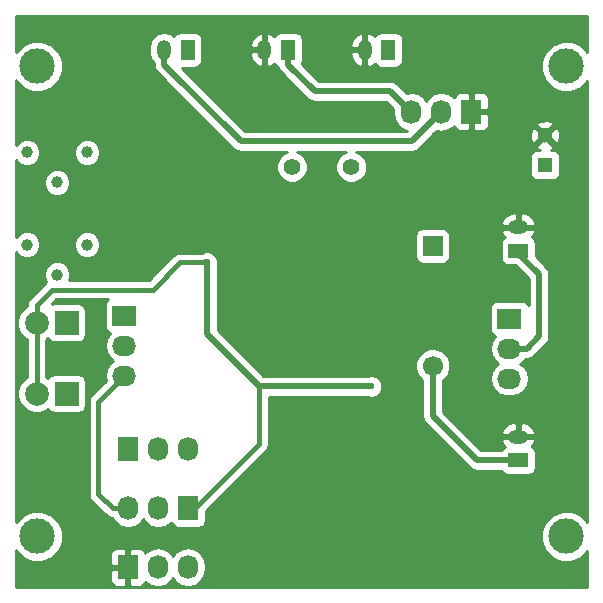
<source format=gbr>
G04 #@! TF.FileFunction,Copper,L2,Bot,Signal*
%FSLAX46Y46*%
G04 Gerber Fmt 4.6, Leading zero omitted, Abs format (unit mm)*
G04 Created by KiCad (PCBNEW 4.0.1-stable) date 29/03/2016 22:07:50*
%MOMM*%
G01*
G04 APERTURE LIST*
%ADD10C,0.100000*%
%ADD11C,3.000000*%
%ADD12R,1.727200X2.032000*%
%ADD13O,1.727200X2.032000*%
%ADD14R,2.032000X1.727200*%
%ADD15O,2.032000X1.727200*%
%ADD16R,1.300000X1.300000*%
%ADD17C,1.300000*%
%ADD18R,1.198880X1.699260*%
%ADD19O,1.198880X1.699260*%
%ADD20R,2.000000X2.000000*%
%ADD21C,2.000000*%
%ADD22C,1.699260*%
%ADD23R,1.699260X1.699260*%
%ADD24C,1.397000*%
%ADD25R,1.699260X1.198880*%
%ADD26O,1.699260X1.198880*%
%ADD27C,1.000000*%
%ADD28C,0.600000*%
%ADD29C,0.400000*%
%ADD30C,0.500000*%
%ADD31C,0.254000*%
G04 APERTURE END LIST*
D10*
D11*
X112596000Y-110150000D03*
X112596000Y-70350000D03*
X157396000Y-70350000D03*
X157396000Y-110150000D03*
D12*
X120266000Y-102750000D03*
D13*
X122806000Y-102750000D03*
X125346000Y-102750000D03*
D12*
X120266000Y-112750000D03*
D13*
X122806000Y-112750000D03*
X125346000Y-112750000D03*
D12*
X125366000Y-107750000D03*
D13*
X122826000Y-107750000D03*
X120286000Y-107750000D03*
D14*
X119966000Y-91450000D03*
D15*
X119966000Y-93990000D03*
X119966000Y-96530000D03*
D16*
X155566000Y-78700000D03*
D17*
X155566000Y-76200000D03*
D18*
X125316760Y-68950000D03*
D19*
X123315240Y-68950000D03*
D20*
X115066000Y-92050000D03*
D21*
X112526000Y-92050000D03*
D20*
X115066000Y-98050000D03*
D21*
X112526000Y-98050000D03*
D14*
X152566000Y-91700000D03*
D15*
X152566000Y-94240000D03*
X152566000Y-96780000D03*
D18*
X142316760Y-68950000D03*
D19*
X140315240Y-68950000D03*
D22*
X146068540Y-95710520D03*
D23*
X146068540Y-85550520D03*
D24*
X139166000Y-78850000D03*
X134166000Y-78850000D03*
D25*
X153316000Y-103700760D03*
D26*
X153316000Y-101699240D03*
D25*
X153316000Y-85950760D03*
D26*
X153316000Y-83949240D03*
D12*
X149316000Y-74200000D03*
D13*
X146776000Y-74200000D03*
X144236000Y-74200000D03*
D18*
X133816760Y-68950000D03*
D19*
X131815240Y-68950000D03*
D27*
X114266000Y-80180000D03*
X116806000Y-77640000D03*
X111726000Y-77640000D03*
X114266000Y-87980000D03*
X116806000Y-85440000D03*
X111726000Y-85440000D03*
D28*
X141666000Y-96250000D03*
X141666000Y-92750000D03*
X144566000Y-93550000D03*
X132566000Y-95050000D03*
X132566000Y-90750000D03*
X126966000Y-86950000D03*
X140866000Y-97450000D03*
D29*
X125366000Y-107750000D02*
X125966000Y-107750000D01*
X125966000Y-107750000D02*
X131366000Y-102350000D01*
X131366000Y-102350000D02*
X131366000Y-97450000D01*
X126966000Y-86950000D02*
X124666000Y-86950000D01*
X112526000Y-90590000D02*
X112526000Y-92050000D01*
X113866000Y-89250000D02*
X112526000Y-90590000D01*
X122366000Y-89250000D02*
X113866000Y-89250000D01*
X124666000Y-86950000D02*
X122366000Y-89250000D01*
X112526000Y-98050000D02*
X112526000Y-92050000D01*
D30*
X126966000Y-93050000D02*
X126966000Y-86950000D01*
X131366000Y-97450000D02*
X126966000Y-93050000D01*
X140866000Y-97450000D02*
X131366000Y-97450000D01*
D29*
X120286000Y-107750000D02*
X118966000Y-107750000D01*
X117766000Y-98730000D02*
X119966000Y-96530000D01*
X117766000Y-106550000D02*
X117766000Y-98730000D01*
X118966000Y-107750000D02*
X117766000Y-106550000D01*
D30*
X153316000Y-103700760D02*
X149816760Y-103700760D01*
X146068540Y-99952540D02*
X146068540Y-95710520D01*
X149816760Y-103700760D02*
X146068540Y-99952540D01*
X152566000Y-94240000D02*
X154026000Y-94240000D01*
X155066000Y-87950760D02*
X153066000Y-85950760D01*
X155066000Y-93200000D02*
X155066000Y-87950760D01*
X154026000Y-94240000D02*
X155066000Y-93200000D01*
X123315240Y-68950000D02*
X123315240Y-70199240D01*
X144276000Y-76700000D02*
X146776000Y-74200000D01*
X129816000Y-76700000D02*
X144276000Y-76700000D01*
X123315240Y-70199240D02*
X129816000Y-76700000D01*
X133816760Y-68950000D02*
X133816760Y-70200760D01*
X142486000Y-72450000D02*
X144236000Y-74200000D01*
X136066000Y-72450000D02*
X142486000Y-72450000D01*
X133816760Y-70200760D02*
X136066000Y-72450000D01*
D31*
G36*
X159156000Y-69091091D02*
X158606959Y-68541091D01*
X157822541Y-68215372D01*
X156973185Y-68214630D01*
X156188200Y-68538980D01*
X155587091Y-69139041D01*
X155261372Y-69923459D01*
X155260630Y-70772815D01*
X155584980Y-71557800D01*
X156185041Y-72158909D01*
X156969459Y-72484628D01*
X157818815Y-72485370D01*
X158603800Y-72161020D01*
X159156000Y-71609783D01*
X159156000Y-108891091D01*
X158606959Y-108341091D01*
X157822541Y-108015372D01*
X156973185Y-108014630D01*
X156188200Y-108338980D01*
X155587091Y-108939041D01*
X155261372Y-109723459D01*
X155260630Y-110572815D01*
X155584980Y-111357800D01*
X156185041Y-111958909D01*
X156969459Y-112284628D01*
X157818815Y-112285370D01*
X158603800Y-111961020D01*
X159156000Y-111409783D01*
X159156000Y-114440000D01*
X110776000Y-114440000D01*
X110776000Y-113035750D01*
X118767400Y-113035750D01*
X118767400Y-113892309D01*
X118864073Y-114125698D01*
X119042701Y-114304327D01*
X119276090Y-114401000D01*
X119980250Y-114401000D01*
X120139000Y-114242250D01*
X120139000Y-112877000D01*
X118926150Y-112877000D01*
X118767400Y-113035750D01*
X110776000Y-113035750D01*
X110776000Y-111336067D01*
X110784980Y-111357800D01*
X111385041Y-111958909D01*
X112169459Y-112284628D01*
X113018815Y-112285370D01*
X113803800Y-111961020D01*
X114157746Y-111607691D01*
X118767400Y-111607691D01*
X118767400Y-112464250D01*
X118926150Y-112623000D01*
X120139000Y-112623000D01*
X120139000Y-111257750D01*
X120393000Y-111257750D01*
X120393000Y-112623000D01*
X120413000Y-112623000D01*
X120413000Y-112877000D01*
X120393000Y-112877000D01*
X120393000Y-114242250D01*
X120551750Y-114401000D01*
X121255910Y-114401000D01*
X121489299Y-114304327D01*
X121667927Y-114125698D01*
X121731500Y-113972220D01*
X121746330Y-113994415D01*
X122232511Y-114319271D01*
X122806000Y-114433345D01*
X123379489Y-114319271D01*
X123865670Y-113994415D01*
X124076000Y-113679634D01*
X124286330Y-113994415D01*
X124772511Y-114319271D01*
X125346000Y-114433345D01*
X125919489Y-114319271D01*
X126405670Y-113994415D01*
X126730526Y-113508234D01*
X126844600Y-112934745D01*
X126844600Y-112565255D01*
X126730526Y-111991766D01*
X126405670Y-111505585D01*
X125919489Y-111180729D01*
X125346000Y-111066655D01*
X124772511Y-111180729D01*
X124286330Y-111505585D01*
X124076000Y-111820366D01*
X123865670Y-111505585D01*
X123379489Y-111180729D01*
X122806000Y-111066655D01*
X122232511Y-111180729D01*
X121746330Y-111505585D01*
X121731500Y-111527780D01*
X121667927Y-111374302D01*
X121489299Y-111195673D01*
X121255910Y-111099000D01*
X120551750Y-111099000D01*
X120393000Y-111257750D01*
X120139000Y-111257750D01*
X119980250Y-111099000D01*
X119276090Y-111099000D01*
X119042701Y-111195673D01*
X118864073Y-111374302D01*
X118767400Y-111607691D01*
X114157746Y-111607691D01*
X114404909Y-111360959D01*
X114730628Y-110576541D01*
X114731370Y-109727185D01*
X114407020Y-108942200D01*
X113806959Y-108341091D01*
X113022541Y-108015372D01*
X112173185Y-108014630D01*
X111388200Y-108338980D01*
X110787091Y-108939041D01*
X110776000Y-108965751D01*
X110776000Y-92373795D01*
X110890716Y-92373795D01*
X111139106Y-92974943D01*
X111598637Y-93435278D01*
X111691000Y-93473630D01*
X111691000Y-96625942D01*
X111601057Y-96663106D01*
X111140722Y-97122637D01*
X110891284Y-97723352D01*
X110890716Y-98373795D01*
X111139106Y-98974943D01*
X111598637Y-99435278D01*
X112199352Y-99684716D01*
X112849795Y-99685284D01*
X113450943Y-99436894D01*
X113517574Y-99370379D01*
X113601910Y-99501441D01*
X113814110Y-99646431D01*
X114066000Y-99697440D01*
X116066000Y-99697440D01*
X116301317Y-99653162D01*
X116517441Y-99514090D01*
X116662431Y-99301890D01*
X116713440Y-99050000D01*
X116713440Y-97050000D01*
X116669162Y-96814683D01*
X116530090Y-96598559D01*
X116317890Y-96453569D01*
X116066000Y-96402560D01*
X114066000Y-96402560D01*
X113830683Y-96446838D01*
X113614559Y-96585910D01*
X113517090Y-96728561D01*
X113453363Y-96664722D01*
X113361000Y-96626370D01*
X113361000Y-93474058D01*
X113450943Y-93436894D01*
X113517574Y-93370379D01*
X113601910Y-93501441D01*
X113814110Y-93646431D01*
X114066000Y-93697440D01*
X116066000Y-93697440D01*
X116301317Y-93653162D01*
X116517441Y-93514090D01*
X116662431Y-93301890D01*
X116713440Y-93050000D01*
X116713440Y-91050000D01*
X116669162Y-90814683D01*
X116530090Y-90598559D01*
X116317890Y-90453569D01*
X116066000Y-90402560D01*
X114066000Y-90402560D01*
X113854514Y-90442354D01*
X114211868Y-90085000D01*
X118556540Y-90085000D01*
X118498559Y-90122310D01*
X118353569Y-90334510D01*
X118302560Y-90586400D01*
X118302560Y-92313600D01*
X118346838Y-92548917D01*
X118485910Y-92765041D01*
X118698110Y-92910031D01*
X118739439Y-92918400D01*
X118721585Y-92930330D01*
X118396729Y-93416511D01*
X118282655Y-93990000D01*
X118396729Y-94563489D01*
X118721585Y-95049670D01*
X119036366Y-95260000D01*
X118721585Y-95470330D01*
X118396729Y-95956511D01*
X118282655Y-96530000D01*
X118366021Y-96949111D01*
X117175566Y-98139566D01*
X116994561Y-98410459D01*
X116931000Y-98730000D01*
X116931000Y-106550000D01*
X116994561Y-106869541D01*
X117175566Y-107140434D01*
X118375566Y-108340434D01*
X118646459Y-108521439D01*
X118950739Y-108581964D01*
X119226330Y-108994415D01*
X119712511Y-109319271D01*
X120286000Y-109433345D01*
X120859489Y-109319271D01*
X121345670Y-108994415D01*
X121556000Y-108679634D01*
X121766330Y-108994415D01*
X122252511Y-109319271D01*
X122826000Y-109433345D01*
X123399489Y-109319271D01*
X123885670Y-108994415D01*
X123895243Y-108980087D01*
X123899238Y-109001317D01*
X124038310Y-109217441D01*
X124250510Y-109362431D01*
X124502400Y-109413440D01*
X126229600Y-109413440D01*
X126464917Y-109369162D01*
X126681041Y-109230090D01*
X126826031Y-109017890D01*
X126877040Y-108766000D01*
X126877040Y-108019828D01*
X131956434Y-102940434D01*
X132035890Y-102821519D01*
X132137439Y-102669541D01*
X132201000Y-102350000D01*
X132201000Y-98335000D01*
X140559178Y-98335000D01*
X140679201Y-98384838D01*
X141051167Y-98385162D01*
X141394943Y-98243117D01*
X141658192Y-97980327D01*
X141800838Y-97636799D01*
X141801162Y-97264833D01*
X141659117Y-96921057D01*
X141396327Y-96657808D01*
X141052799Y-96515162D01*
X140680833Y-96514838D01*
X140559431Y-96565000D01*
X131732579Y-96565000D01*
X131172116Y-96004536D01*
X144583652Y-96004536D01*
X144809198Y-96550397D01*
X145183540Y-96925393D01*
X145183540Y-99952535D01*
X145183539Y-99952540D01*
X145239730Y-100235024D01*
X145250907Y-100291215D01*
X145360007Y-100454495D01*
X145442750Y-100578330D01*
X149190968Y-104326547D01*
X149190970Y-104326550D01*
X149254744Y-104369162D01*
X149478086Y-104518394D01*
X149816760Y-104585761D01*
X149816765Y-104585760D01*
X151895538Y-104585760D01*
X152002280Y-104751641D01*
X152214480Y-104896631D01*
X152466370Y-104947640D01*
X154165630Y-104947640D01*
X154400947Y-104903362D01*
X154617071Y-104764290D01*
X154762061Y-104552090D01*
X154813070Y-104300200D01*
X154813070Y-103101320D01*
X154768792Y-102866003D01*
X154629720Y-102649879D01*
X154475757Y-102544681D01*
X154497568Y-102528197D01*
X154743899Y-102108673D01*
X154759095Y-102016761D01*
X154634357Y-101826240D01*
X153443000Y-101826240D01*
X153443000Y-101846240D01*
X153189000Y-101846240D01*
X153189000Y-101826240D01*
X151997643Y-101826240D01*
X151872905Y-102016761D01*
X151888101Y-102108673D01*
X152134432Y-102528197D01*
X152157398Y-102545554D01*
X152014929Y-102637230D01*
X151892945Y-102815760D01*
X150183339Y-102815760D01*
X148749299Y-101381719D01*
X151872905Y-101381719D01*
X151997643Y-101572240D01*
X153189000Y-101572240D01*
X153189000Y-100617240D01*
X153443000Y-100617240D01*
X153443000Y-101572240D01*
X154634357Y-101572240D01*
X154759095Y-101381719D01*
X154743899Y-101289807D01*
X154497568Y-100870283D01*
X154109443Y-100576961D01*
X153638613Y-100454495D01*
X153443000Y-100617240D01*
X153189000Y-100617240D01*
X152993387Y-100454495D01*
X152522557Y-100576961D01*
X152134432Y-100870283D01*
X151888101Y-101289807D01*
X151872905Y-101381719D01*
X148749299Y-101381719D01*
X146953540Y-99585960D01*
X146953540Y-96924818D01*
X147326414Y-96552594D01*
X147552912Y-96007127D01*
X147553428Y-95416504D01*
X147327882Y-94870643D01*
X146910614Y-94452646D01*
X146398507Y-94240000D01*
X150882655Y-94240000D01*
X150996729Y-94813489D01*
X151321585Y-95299670D01*
X151636366Y-95510000D01*
X151321585Y-95720330D01*
X150996729Y-96206511D01*
X150882655Y-96780000D01*
X150996729Y-97353489D01*
X151321585Y-97839670D01*
X151807766Y-98164526D01*
X152381255Y-98278600D01*
X152750745Y-98278600D01*
X153324234Y-98164526D01*
X153810415Y-97839670D01*
X154135271Y-97353489D01*
X154249345Y-96780000D01*
X154135271Y-96206511D01*
X153810415Y-95720330D01*
X153495634Y-95510000D01*
X153810415Y-95299670D01*
X153927126Y-95125000D01*
X154025995Y-95125000D01*
X154026000Y-95125001D01*
X154308484Y-95068810D01*
X154364675Y-95057633D01*
X154651790Y-94865790D01*
X155691787Y-93825792D01*
X155691790Y-93825790D01*
X155883633Y-93538675D01*
X155904200Y-93435278D01*
X155951001Y-93200000D01*
X155951000Y-93199995D01*
X155951000Y-87950765D01*
X155951001Y-87950760D01*
X155883633Y-87612085D01*
X155691790Y-87324970D01*
X155691787Y-87324968D01*
X154813070Y-86446251D01*
X154813070Y-85351320D01*
X154768792Y-85116003D01*
X154629720Y-84899879D01*
X154475757Y-84794681D01*
X154497568Y-84778197D01*
X154743899Y-84358673D01*
X154759095Y-84266761D01*
X154634357Y-84076240D01*
X153443000Y-84076240D01*
X153443000Y-84096240D01*
X153189000Y-84096240D01*
X153189000Y-84076240D01*
X151997643Y-84076240D01*
X151872905Y-84266761D01*
X151888101Y-84358673D01*
X152134432Y-84778197D01*
X152157398Y-84795554D01*
X152014929Y-84887230D01*
X151869939Y-85099430D01*
X151818930Y-85351320D01*
X151818930Y-86550200D01*
X151863208Y-86785517D01*
X152002280Y-87001641D01*
X152214480Y-87146631D01*
X152466370Y-87197640D01*
X153061300Y-87197640D01*
X154181000Y-88317339D01*
X154181000Y-90594615D01*
X154046090Y-90384959D01*
X153833890Y-90239969D01*
X153582000Y-90188960D01*
X151550000Y-90188960D01*
X151314683Y-90233238D01*
X151098559Y-90372310D01*
X150953569Y-90584510D01*
X150902560Y-90836400D01*
X150902560Y-92563600D01*
X150946838Y-92798917D01*
X151085910Y-93015041D01*
X151298110Y-93160031D01*
X151339439Y-93168400D01*
X151321585Y-93180330D01*
X150996729Y-93666511D01*
X150882655Y-94240000D01*
X146398507Y-94240000D01*
X146365147Y-94226148D01*
X145774524Y-94225632D01*
X145228663Y-94451178D01*
X144810666Y-94868446D01*
X144584168Y-95413913D01*
X144583652Y-96004536D01*
X131172116Y-96004536D01*
X127851000Y-92683420D01*
X127851000Y-87256822D01*
X127900838Y-87136799D01*
X127901162Y-86764833D01*
X127759117Y-86421057D01*
X127496327Y-86157808D01*
X127152799Y-86015162D01*
X126780833Y-86014838D01*
X126538422Y-86115000D01*
X124666000Y-86115000D01*
X124346459Y-86178561D01*
X124180526Y-86289434D01*
X124075566Y-86359566D01*
X122020132Y-88415000D01*
X115314332Y-88415000D01*
X115400803Y-88206756D01*
X115401197Y-87755225D01*
X115228767Y-87337914D01*
X114909765Y-87018355D01*
X114492756Y-86845197D01*
X114041225Y-86844803D01*
X113623914Y-87017233D01*
X113304355Y-87336235D01*
X113131197Y-87753244D01*
X113130803Y-88204775D01*
X113303233Y-88622086D01*
X113314607Y-88633480D01*
X113275566Y-88659566D01*
X111935566Y-89999566D01*
X111754561Y-90270459D01*
X111691000Y-90590000D01*
X111691000Y-90625942D01*
X111601057Y-90663106D01*
X111140722Y-91122637D01*
X110891284Y-91723352D01*
X110890716Y-92373795D01*
X110776000Y-92373795D01*
X110776000Y-86094875D01*
X111082235Y-86401645D01*
X111499244Y-86574803D01*
X111950775Y-86575197D01*
X112368086Y-86402767D01*
X112687645Y-86083765D01*
X112860803Y-85666756D01*
X112860804Y-85664775D01*
X115670803Y-85664775D01*
X115843233Y-86082086D01*
X116162235Y-86401645D01*
X116579244Y-86574803D01*
X117030775Y-86575197D01*
X117448086Y-86402767D01*
X117767645Y-86083765D01*
X117940803Y-85666756D01*
X117941197Y-85215225D01*
X117768767Y-84797914D01*
X117671913Y-84700890D01*
X144571470Y-84700890D01*
X144571470Y-86400150D01*
X144615748Y-86635467D01*
X144754820Y-86851591D01*
X144967020Y-86996581D01*
X145218910Y-87047590D01*
X146918170Y-87047590D01*
X147153487Y-87003312D01*
X147369611Y-86864240D01*
X147514601Y-86652040D01*
X147565610Y-86400150D01*
X147565610Y-84700890D01*
X147521332Y-84465573D01*
X147382260Y-84249449D01*
X147170060Y-84104459D01*
X146918170Y-84053450D01*
X145218910Y-84053450D01*
X144983593Y-84097728D01*
X144767469Y-84236800D01*
X144622479Y-84449000D01*
X144571470Y-84700890D01*
X117671913Y-84700890D01*
X117449765Y-84478355D01*
X117032756Y-84305197D01*
X116581225Y-84304803D01*
X116163914Y-84477233D01*
X115844355Y-84796235D01*
X115671197Y-85213244D01*
X115670803Y-85664775D01*
X112860804Y-85664775D01*
X112861197Y-85215225D01*
X112688767Y-84797914D01*
X112369765Y-84478355D01*
X111952756Y-84305197D01*
X111501225Y-84304803D01*
X111083914Y-84477233D01*
X110776000Y-84784610D01*
X110776000Y-83631719D01*
X151872905Y-83631719D01*
X151997643Y-83822240D01*
X153189000Y-83822240D01*
X153189000Y-82867240D01*
X153443000Y-82867240D01*
X153443000Y-83822240D01*
X154634357Y-83822240D01*
X154759095Y-83631719D01*
X154743899Y-83539807D01*
X154497568Y-83120283D01*
X154109443Y-82826961D01*
X153638613Y-82704495D01*
X153443000Y-82867240D01*
X153189000Y-82867240D01*
X152993387Y-82704495D01*
X152522557Y-82826961D01*
X152134432Y-83120283D01*
X151888101Y-83539807D01*
X151872905Y-83631719D01*
X110776000Y-83631719D01*
X110776000Y-80404775D01*
X113130803Y-80404775D01*
X113303233Y-80822086D01*
X113622235Y-81141645D01*
X114039244Y-81314803D01*
X114490775Y-81315197D01*
X114908086Y-81142767D01*
X115227645Y-80823765D01*
X115400803Y-80406756D01*
X115401197Y-79955225D01*
X115228767Y-79537914D01*
X114909765Y-79218355D01*
X114492756Y-79045197D01*
X114041225Y-79044803D01*
X113623914Y-79217233D01*
X113304355Y-79536235D01*
X113131197Y-79953244D01*
X113130803Y-80404775D01*
X110776000Y-80404775D01*
X110776000Y-78294875D01*
X111082235Y-78601645D01*
X111499244Y-78774803D01*
X111950775Y-78775197D01*
X112368086Y-78602767D01*
X112687645Y-78283765D01*
X112860803Y-77866756D01*
X112860804Y-77864775D01*
X115670803Y-77864775D01*
X115843233Y-78282086D01*
X116162235Y-78601645D01*
X116579244Y-78774803D01*
X117030775Y-78775197D01*
X117448086Y-78602767D01*
X117767645Y-78283765D01*
X117940803Y-77866756D01*
X117941197Y-77415225D01*
X117768767Y-76997914D01*
X117449765Y-76678355D01*
X117032756Y-76505197D01*
X116581225Y-76504803D01*
X116163914Y-76677233D01*
X115844355Y-76996235D01*
X115671197Y-77413244D01*
X115670803Y-77864775D01*
X112860804Y-77864775D01*
X112861197Y-77415225D01*
X112688767Y-76997914D01*
X112369765Y-76678355D01*
X111952756Y-76505197D01*
X111501225Y-76504803D01*
X111083914Y-76677233D01*
X110776000Y-76984610D01*
X110776000Y-71536067D01*
X110784980Y-71557800D01*
X111385041Y-72158909D01*
X112169459Y-72484628D01*
X113018815Y-72485370D01*
X113803800Y-72161020D01*
X114404909Y-71560959D01*
X114730628Y-70776541D01*
X114731370Y-69927185D01*
X114407020Y-69142200D01*
X113936366Y-68670724D01*
X122080800Y-68670724D01*
X122080800Y-69229276D01*
X122174766Y-69701676D01*
X122430240Y-70084020D01*
X122430240Y-70199235D01*
X122430239Y-70199240D01*
X122468800Y-70393095D01*
X122497607Y-70537915D01*
X122498623Y-70539435D01*
X122689450Y-70825030D01*
X129190208Y-77325787D01*
X129190210Y-77325790D01*
X129477325Y-77517633D01*
X129533516Y-77528810D01*
X129816000Y-77585001D01*
X129816005Y-77585000D01*
X133735572Y-77585000D01*
X133411620Y-77718854D01*
X133036173Y-78093647D01*
X132832732Y-78583587D01*
X132832269Y-79114086D01*
X133034854Y-79604380D01*
X133409647Y-79979827D01*
X133899587Y-80183268D01*
X134430086Y-80183731D01*
X134920380Y-79981146D01*
X135295827Y-79606353D01*
X135499268Y-79116413D01*
X135499731Y-78585914D01*
X135297146Y-78095620D01*
X134922353Y-77720173D01*
X134596820Y-77585000D01*
X138735572Y-77585000D01*
X138411620Y-77718854D01*
X138036173Y-78093647D01*
X137832732Y-78583587D01*
X137832269Y-79114086D01*
X138034854Y-79604380D01*
X138409647Y-79979827D01*
X138899587Y-80183268D01*
X139430086Y-80183731D01*
X139920380Y-79981146D01*
X140295827Y-79606353D01*
X140499268Y-79116413D01*
X140499731Y-78585914D01*
X140297146Y-78095620D01*
X140251606Y-78050000D01*
X154268560Y-78050000D01*
X154268560Y-79350000D01*
X154312838Y-79585317D01*
X154451910Y-79801441D01*
X154664110Y-79946431D01*
X154916000Y-79997440D01*
X156216000Y-79997440D01*
X156451317Y-79953162D01*
X156667441Y-79814090D01*
X156812431Y-79601890D01*
X156863440Y-79350000D01*
X156863440Y-78050000D01*
X156819162Y-77814683D01*
X156680090Y-77598559D01*
X156467890Y-77453569D01*
X156216000Y-77402560D01*
X156053615Y-77402560D01*
X156229729Y-77329611D01*
X156285410Y-77099016D01*
X155566000Y-76379605D01*
X154846590Y-77099016D01*
X154902271Y-77329611D01*
X155111902Y-77402560D01*
X154916000Y-77402560D01*
X154680683Y-77446838D01*
X154464559Y-77585910D01*
X154319569Y-77798110D01*
X154268560Y-78050000D01*
X140251606Y-78050000D01*
X139922353Y-77720173D01*
X139596820Y-77585000D01*
X144275995Y-77585000D01*
X144276000Y-77585001D01*
X144558484Y-77528810D01*
X144614675Y-77517633D01*
X144901790Y-77325790D01*
X146208502Y-76019078D01*
X154268378Y-76019078D01*
X154297917Y-76529428D01*
X154436389Y-76863729D01*
X154666984Y-76919410D01*
X155386395Y-76200000D01*
X155745605Y-76200000D01*
X156465016Y-76919410D01*
X156695611Y-76863729D01*
X156863622Y-76380922D01*
X156834083Y-75870572D01*
X156695611Y-75536271D01*
X156465016Y-75480590D01*
X155745605Y-76200000D01*
X155386395Y-76200000D01*
X154666984Y-75480590D01*
X154436389Y-75536271D01*
X154268378Y-76019078D01*
X146208502Y-76019078D01*
X146415869Y-75811711D01*
X146776000Y-75883345D01*
X147349489Y-75769271D01*
X147835670Y-75444415D01*
X147850500Y-75422220D01*
X147914073Y-75575698D01*
X148092701Y-75754327D01*
X148326090Y-75851000D01*
X149030250Y-75851000D01*
X149189000Y-75692250D01*
X149189000Y-74327000D01*
X149443000Y-74327000D01*
X149443000Y-75692250D01*
X149601750Y-75851000D01*
X150305910Y-75851000D01*
X150539299Y-75754327D01*
X150717927Y-75575698D01*
X150814600Y-75342309D01*
X150814600Y-75300984D01*
X154846590Y-75300984D01*
X155566000Y-76020395D01*
X156285410Y-75300984D01*
X156229729Y-75070389D01*
X155746922Y-74902378D01*
X155236572Y-74931917D01*
X154902271Y-75070389D01*
X154846590Y-75300984D01*
X150814600Y-75300984D01*
X150814600Y-74485750D01*
X150655850Y-74327000D01*
X149443000Y-74327000D01*
X149189000Y-74327000D01*
X149169000Y-74327000D01*
X149169000Y-74073000D01*
X149189000Y-74073000D01*
X149189000Y-72707750D01*
X149443000Y-72707750D01*
X149443000Y-74073000D01*
X150655850Y-74073000D01*
X150814600Y-73914250D01*
X150814600Y-73057691D01*
X150717927Y-72824302D01*
X150539299Y-72645673D01*
X150305910Y-72549000D01*
X149601750Y-72549000D01*
X149443000Y-72707750D01*
X149189000Y-72707750D01*
X149030250Y-72549000D01*
X148326090Y-72549000D01*
X148092701Y-72645673D01*
X147914073Y-72824302D01*
X147850500Y-72977780D01*
X147835670Y-72955585D01*
X147349489Y-72630729D01*
X146776000Y-72516655D01*
X146202511Y-72630729D01*
X145716330Y-72955585D01*
X145506000Y-73270366D01*
X145295670Y-72955585D01*
X144809489Y-72630729D01*
X144236000Y-72516655D01*
X143875869Y-72588289D01*
X143111790Y-71824210D01*
X142824675Y-71632367D01*
X142768484Y-71621190D01*
X142486000Y-71564999D01*
X142485995Y-71565000D01*
X136432579Y-71565000D01*
X134974665Y-70107085D01*
X135012631Y-70051520D01*
X135063640Y-69799630D01*
X135063640Y-69272613D01*
X139070495Y-69272613D01*
X139192961Y-69743443D01*
X139486283Y-70131568D01*
X139905807Y-70377899D01*
X139997719Y-70393095D01*
X140188240Y-70268357D01*
X140188240Y-69077000D01*
X139233240Y-69077000D01*
X139070495Y-69272613D01*
X135063640Y-69272613D01*
X135063640Y-68627387D01*
X139070495Y-68627387D01*
X139233240Y-68823000D01*
X140188240Y-68823000D01*
X140188240Y-67631643D01*
X140442240Y-67631643D01*
X140442240Y-68823000D01*
X140462240Y-68823000D01*
X140462240Y-69077000D01*
X140442240Y-69077000D01*
X140442240Y-70268357D01*
X140632761Y-70393095D01*
X140724673Y-70377899D01*
X141144197Y-70131568D01*
X141161554Y-70108602D01*
X141253230Y-70251071D01*
X141465430Y-70396061D01*
X141717320Y-70447070D01*
X142916200Y-70447070D01*
X143151517Y-70402792D01*
X143367641Y-70263720D01*
X143512631Y-70051520D01*
X143563640Y-69799630D01*
X143563640Y-68100370D01*
X143519362Y-67865053D01*
X143380290Y-67648929D01*
X143168090Y-67503939D01*
X142916200Y-67452930D01*
X141717320Y-67452930D01*
X141482003Y-67497208D01*
X141265879Y-67636280D01*
X141160681Y-67790243D01*
X141144197Y-67768432D01*
X140724673Y-67522101D01*
X140632761Y-67506905D01*
X140442240Y-67631643D01*
X140188240Y-67631643D01*
X139997719Y-67506905D01*
X139905807Y-67522101D01*
X139486283Y-67768432D01*
X139192961Y-68156557D01*
X139070495Y-68627387D01*
X135063640Y-68627387D01*
X135063640Y-68100370D01*
X135019362Y-67865053D01*
X134880290Y-67648929D01*
X134668090Y-67503939D01*
X134416200Y-67452930D01*
X133217320Y-67452930D01*
X132982003Y-67497208D01*
X132765879Y-67636280D01*
X132660681Y-67790243D01*
X132644197Y-67768432D01*
X132224673Y-67522101D01*
X132132761Y-67506905D01*
X131942240Y-67631643D01*
X131942240Y-68823000D01*
X131962240Y-68823000D01*
X131962240Y-69077000D01*
X131942240Y-69077000D01*
X131942240Y-70268357D01*
X132132761Y-70393095D01*
X132224673Y-70377899D01*
X132644197Y-70131568D01*
X132661554Y-70108602D01*
X132753230Y-70251071D01*
X132965430Y-70396061D01*
X132970825Y-70397154D01*
X132999127Y-70539435D01*
X133155066Y-70772815D01*
X133190970Y-70826550D01*
X135440208Y-73075787D01*
X135440210Y-73075790D01*
X135727325Y-73267633D01*
X135783516Y-73278810D01*
X136066000Y-73335001D01*
X136066005Y-73335000D01*
X142119420Y-73335000D01*
X142747732Y-73963312D01*
X142737400Y-74015255D01*
X142737400Y-74384745D01*
X142851474Y-74958234D01*
X143176330Y-75444415D01*
X143662511Y-75769271D01*
X143892406Y-75815000D01*
X130182579Y-75815000D01*
X124814650Y-70447070D01*
X125916200Y-70447070D01*
X126151517Y-70402792D01*
X126367641Y-70263720D01*
X126512631Y-70051520D01*
X126563640Y-69799630D01*
X126563640Y-69272613D01*
X130570495Y-69272613D01*
X130692961Y-69743443D01*
X130986283Y-70131568D01*
X131405807Y-70377899D01*
X131497719Y-70393095D01*
X131688240Y-70268357D01*
X131688240Y-69077000D01*
X130733240Y-69077000D01*
X130570495Y-69272613D01*
X126563640Y-69272613D01*
X126563640Y-68627387D01*
X130570495Y-68627387D01*
X130733240Y-68823000D01*
X131688240Y-68823000D01*
X131688240Y-67631643D01*
X131497719Y-67506905D01*
X131405807Y-67522101D01*
X130986283Y-67768432D01*
X130692961Y-68156557D01*
X130570495Y-68627387D01*
X126563640Y-68627387D01*
X126563640Y-68100370D01*
X126519362Y-67865053D01*
X126380290Y-67648929D01*
X126168090Y-67503939D01*
X125916200Y-67452930D01*
X124717320Y-67452930D01*
X124482003Y-67497208D01*
X124265879Y-67636280D01*
X124165716Y-67782873D01*
X123787640Y-67530250D01*
X123315240Y-67436284D01*
X122842840Y-67530250D01*
X122442359Y-67797843D01*
X122174766Y-68198324D01*
X122080800Y-68670724D01*
X113936366Y-68670724D01*
X113806959Y-68541091D01*
X113022541Y-68215372D01*
X112173185Y-68214630D01*
X111388200Y-68538980D01*
X110787091Y-69139041D01*
X110776000Y-69165751D01*
X110776000Y-66060000D01*
X159156000Y-66060000D01*
X159156000Y-69091091D01*
X159156000Y-69091091D01*
G37*
X159156000Y-69091091D02*
X158606959Y-68541091D01*
X157822541Y-68215372D01*
X156973185Y-68214630D01*
X156188200Y-68538980D01*
X155587091Y-69139041D01*
X155261372Y-69923459D01*
X155260630Y-70772815D01*
X155584980Y-71557800D01*
X156185041Y-72158909D01*
X156969459Y-72484628D01*
X157818815Y-72485370D01*
X158603800Y-72161020D01*
X159156000Y-71609783D01*
X159156000Y-108891091D01*
X158606959Y-108341091D01*
X157822541Y-108015372D01*
X156973185Y-108014630D01*
X156188200Y-108338980D01*
X155587091Y-108939041D01*
X155261372Y-109723459D01*
X155260630Y-110572815D01*
X155584980Y-111357800D01*
X156185041Y-111958909D01*
X156969459Y-112284628D01*
X157818815Y-112285370D01*
X158603800Y-111961020D01*
X159156000Y-111409783D01*
X159156000Y-114440000D01*
X110776000Y-114440000D01*
X110776000Y-113035750D01*
X118767400Y-113035750D01*
X118767400Y-113892309D01*
X118864073Y-114125698D01*
X119042701Y-114304327D01*
X119276090Y-114401000D01*
X119980250Y-114401000D01*
X120139000Y-114242250D01*
X120139000Y-112877000D01*
X118926150Y-112877000D01*
X118767400Y-113035750D01*
X110776000Y-113035750D01*
X110776000Y-111336067D01*
X110784980Y-111357800D01*
X111385041Y-111958909D01*
X112169459Y-112284628D01*
X113018815Y-112285370D01*
X113803800Y-111961020D01*
X114157746Y-111607691D01*
X118767400Y-111607691D01*
X118767400Y-112464250D01*
X118926150Y-112623000D01*
X120139000Y-112623000D01*
X120139000Y-111257750D01*
X120393000Y-111257750D01*
X120393000Y-112623000D01*
X120413000Y-112623000D01*
X120413000Y-112877000D01*
X120393000Y-112877000D01*
X120393000Y-114242250D01*
X120551750Y-114401000D01*
X121255910Y-114401000D01*
X121489299Y-114304327D01*
X121667927Y-114125698D01*
X121731500Y-113972220D01*
X121746330Y-113994415D01*
X122232511Y-114319271D01*
X122806000Y-114433345D01*
X123379489Y-114319271D01*
X123865670Y-113994415D01*
X124076000Y-113679634D01*
X124286330Y-113994415D01*
X124772511Y-114319271D01*
X125346000Y-114433345D01*
X125919489Y-114319271D01*
X126405670Y-113994415D01*
X126730526Y-113508234D01*
X126844600Y-112934745D01*
X126844600Y-112565255D01*
X126730526Y-111991766D01*
X126405670Y-111505585D01*
X125919489Y-111180729D01*
X125346000Y-111066655D01*
X124772511Y-111180729D01*
X124286330Y-111505585D01*
X124076000Y-111820366D01*
X123865670Y-111505585D01*
X123379489Y-111180729D01*
X122806000Y-111066655D01*
X122232511Y-111180729D01*
X121746330Y-111505585D01*
X121731500Y-111527780D01*
X121667927Y-111374302D01*
X121489299Y-111195673D01*
X121255910Y-111099000D01*
X120551750Y-111099000D01*
X120393000Y-111257750D01*
X120139000Y-111257750D01*
X119980250Y-111099000D01*
X119276090Y-111099000D01*
X119042701Y-111195673D01*
X118864073Y-111374302D01*
X118767400Y-111607691D01*
X114157746Y-111607691D01*
X114404909Y-111360959D01*
X114730628Y-110576541D01*
X114731370Y-109727185D01*
X114407020Y-108942200D01*
X113806959Y-108341091D01*
X113022541Y-108015372D01*
X112173185Y-108014630D01*
X111388200Y-108338980D01*
X110787091Y-108939041D01*
X110776000Y-108965751D01*
X110776000Y-92373795D01*
X110890716Y-92373795D01*
X111139106Y-92974943D01*
X111598637Y-93435278D01*
X111691000Y-93473630D01*
X111691000Y-96625942D01*
X111601057Y-96663106D01*
X111140722Y-97122637D01*
X110891284Y-97723352D01*
X110890716Y-98373795D01*
X111139106Y-98974943D01*
X111598637Y-99435278D01*
X112199352Y-99684716D01*
X112849795Y-99685284D01*
X113450943Y-99436894D01*
X113517574Y-99370379D01*
X113601910Y-99501441D01*
X113814110Y-99646431D01*
X114066000Y-99697440D01*
X116066000Y-99697440D01*
X116301317Y-99653162D01*
X116517441Y-99514090D01*
X116662431Y-99301890D01*
X116713440Y-99050000D01*
X116713440Y-97050000D01*
X116669162Y-96814683D01*
X116530090Y-96598559D01*
X116317890Y-96453569D01*
X116066000Y-96402560D01*
X114066000Y-96402560D01*
X113830683Y-96446838D01*
X113614559Y-96585910D01*
X113517090Y-96728561D01*
X113453363Y-96664722D01*
X113361000Y-96626370D01*
X113361000Y-93474058D01*
X113450943Y-93436894D01*
X113517574Y-93370379D01*
X113601910Y-93501441D01*
X113814110Y-93646431D01*
X114066000Y-93697440D01*
X116066000Y-93697440D01*
X116301317Y-93653162D01*
X116517441Y-93514090D01*
X116662431Y-93301890D01*
X116713440Y-93050000D01*
X116713440Y-91050000D01*
X116669162Y-90814683D01*
X116530090Y-90598559D01*
X116317890Y-90453569D01*
X116066000Y-90402560D01*
X114066000Y-90402560D01*
X113854514Y-90442354D01*
X114211868Y-90085000D01*
X118556540Y-90085000D01*
X118498559Y-90122310D01*
X118353569Y-90334510D01*
X118302560Y-90586400D01*
X118302560Y-92313600D01*
X118346838Y-92548917D01*
X118485910Y-92765041D01*
X118698110Y-92910031D01*
X118739439Y-92918400D01*
X118721585Y-92930330D01*
X118396729Y-93416511D01*
X118282655Y-93990000D01*
X118396729Y-94563489D01*
X118721585Y-95049670D01*
X119036366Y-95260000D01*
X118721585Y-95470330D01*
X118396729Y-95956511D01*
X118282655Y-96530000D01*
X118366021Y-96949111D01*
X117175566Y-98139566D01*
X116994561Y-98410459D01*
X116931000Y-98730000D01*
X116931000Y-106550000D01*
X116994561Y-106869541D01*
X117175566Y-107140434D01*
X118375566Y-108340434D01*
X118646459Y-108521439D01*
X118950739Y-108581964D01*
X119226330Y-108994415D01*
X119712511Y-109319271D01*
X120286000Y-109433345D01*
X120859489Y-109319271D01*
X121345670Y-108994415D01*
X121556000Y-108679634D01*
X121766330Y-108994415D01*
X122252511Y-109319271D01*
X122826000Y-109433345D01*
X123399489Y-109319271D01*
X123885670Y-108994415D01*
X123895243Y-108980087D01*
X123899238Y-109001317D01*
X124038310Y-109217441D01*
X124250510Y-109362431D01*
X124502400Y-109413440D01*
X126229600Y-109413440D01*
X126464917Y-109369162D01*
X126681041Y-109230090D01*
X126826031Y-109017890D01*
X126877040Y-108766000D01*
X126877040Y-108019828D01*
X131956434Y-102940434D01*
X132035890Y-102821519D01*
X132137439Y-102669541D01*
X132201000Y-102350000D01*
X132201000Y-98335000D01*
X140559178Y-98335000D01*
X140679201Y-98384838D01*
X141051167Y-98385162D01*
X141394943Y-98243117D01*
X141658192Y-97980327D01*
X141800838Y-97636799D01*
X141801162Y-97264833D01*
X141659117Y-96921057D01*
X141396327Y-96657808D01*
X141052799Y-96515162D01*
X140680833Y-96514838D01*
X140559431Y-96565000D01*
X131732579Y-96565000D01*
X131172116Y-96004536D01*
X144583652Y-96004536D01*
X144809198Y-96550397D01*
X145183540Y-96925393D01*
X145183540Y-99952535D01*
X145183539Y-99952540D01*
X145239730Y-100235024D01*
X145250907Y-100291215D01*
X145360007Y-100454495D01*
X145442750Y-100578330D01*
X149190968Y-104326547D01*
X149190970Y-104326550D01*
X149254744Y-104369162D01*
X149478086Y-104518394D01*
X149816760Y-104585761D01*
X149816765Y-104585760D01*
X151895538Y-104585760D01*
X152002280Y-104751641D01*
X152214480Y-104896631D01*
X152466370Y-104947640D01*
X154165630Y-104947640D01*
X154400947Y-104903362D01*
X154617071Y-104764290D01*
X154762061Y-104552090D01*
X154813070Y-104300200D01*
X154813070Y-103101320D01*
X154768792Y-102866003D01*
X154629720Y-102649879D01*
X154475757Y-102544681D01*
X154497568Y-102528197D01*
X154743899Y-102108673D01*
X154759095Y-102016761D01*
X154634357Y-101826240D01*
X153443000Y-101826240D01*
X153443000Y-101846240D01*
X153189000Y-101846240D01*
X153189000Y-101826240D01*
X151997643Y-101826240D01*
X151872905Y-102016761D01*
X151888101Y-102108673D01*
X152134432Y-102528197D01*
X152157398Y-102545554D01*
X152014929Y-102637230D01*
X151892945Y-102815760D01*
X150183339Y-102815760D01*
X148749299Y-101381719D01*
X151872905Y-101381719D01*
X151997643Y-101572240D01*
X153189000Y-101572240D01*
X153189000Y-100617240D01*
X153443000Y-100617240D01*
X153443000Y-101572240D01*
X154634357Y-101572240D01*
X154759095Y-101381719D01*
X154743899Y-101289807D01*
X154497568Y-100870283D01*
X154109443Y-100576961D01*
X153638613Y-100454495D01*
X153443000Y-100617240D01*
X153189000Y-100617240D01*
X152993387Y-100454495D01*
X152522557Y-100576961D01*
X152134432Y-100870283D01*
X151888101Y-101289807D01*
X151872905Y-101381719D01*
X148749299Y-101381719D01*
X146953540Y-99585960D01*
X146953540Y-96924818D01*
X147326414Y-96552594D01*
X147552912Y-96007127D01*
X147553428Y-95416504D01*
X147327882Y-94870643D01*
X146910614Y-94452646D01*
X146398507Y-94240000D01*
X150882655Y-94240000D01*
X150996729Y-94813489D01*
X151321585Y-95299670D01*
X151636366Y-95510000D01*
X151321585Y-95720330D01*
X150996729Y-96206511D01*
X150882655Y-96780000D01*
X150996729Y-97353489D01*
X151321585Y-97839670D01*
X151807766Y-98164526D01*
X152381255Y-98278600D01*
X152750745Y-98278600D01*
X153324234Y-98164526D01*
X153810415Y-97839670D01*
X154135271Y-97353489D01*
X154249345Y-96780000D01*
X154135271Y-96206511D01*
X153810415Y-95720330D01*
X153495634Y-95510000D01*
X153810415Y-95299670D01*
X153927126Y-95125000D01*
X154025995Y-95125000D01*
X154026000Y-95125001D01*
X154308484Y-95068810D01*
X154364675Y-95057633D01*
X154651790Y-94865790D01*
X155691787Y-93825792D01*
X155691790Y-93825790D01*
X155883633Y-93538675D01*
X155904200Y-93435278D01*
X155951001Y-93200000D01*
X155951000Y-93199995D01*
X155951000Y-87950765D01*
X155951001Y-87950760D01*
X155883633Y-87612085D01*
X155691790Y-87324970D01*
X155691787Y-87324968D01*
X154813070Y-86446251D01*
X154813070Y-85351320D01*
X154768792Y-85116003D01*
X154629720Y-84899879D01*
X154475757Y-84794681D01*
X154497568Y-84778197D01*
X154743899Y-84358673D01*
X154759095Y-84266761D01*
X154634357Y-84076240D01*
X153443000Y-84076240D01*
X153443000Y-84096240D01*
X153189000Y-84096240D01*
X153189000Y-84076240D01*
X151997643Y-84076240D01*
X151872905Y-84266761D01*
X151888101Y-84358673D01*
X152134432Y-84778197D01*
X152157398Y-84795554D01*
X152014929Y-84887230D01*
X151869939Y-85099430D01*
X151818930Y-85351320D01*
X151818930Y-86550200D01*
X151863208Y-86785517D01*
X152002280Y-87001641D01*
X152214480Y-87146631D01*
X152466370Y-87197640D01*
X153061300Y-87197640D01*
X154181000Y-88317339D01*
X154181000Y-90594615D01*
X154046090Y-90384959D01*
X153833890Y-90239969D01*
X153582000Y-90188960D01*
X151550000Y-90188960D01*
X151314683Y-90233238D01*
X151098559Y-90372310D01*
X150953569Y-90584510D01*
X150902560Y-90836400D01*
X150902560Y-92563600D01*
X150946838Y-92798917D01*
X151085910Y-93015041D01*
X151298110Y-93160031D01*
X151339439Y-93168400D01*
X151321585Y-93180330D01*
X150996729Y-93666511D01*
X150882655Y-94240000D01*
X146398507Y-94240000D01*
X146365147Y-94226148D01*
X145774524Y-94225632D01*
X145228663Y-94451178D01*
X144810666Y-94868446D01*
X144584168Y-95413913D01*
X144583652Y-96004536D01*
X131172116Y-96004536D01*
X127851000Y-92683420D01*
X127851000Y-87256822D01*
X127900838Y-87136799D01*
X127901162Y-86764833D01*
X127759117Y-86421057D01*
X127496327Y-86157808D01*
X127152799Y-86015162D01*
X126780833Y-86014838D01*
X126538422Y-86115000D01*
X124666000Y-86115000D01*
X124346459Y-86178561D01*
X124180526Y-86289434D01*
X124075566Y-86359566D01*
X122020132Y-88415000D01*
X115314332Y-88415000D01*
X115400803Y-88206756D01*
X115401197Y-87755225D01*
X115228767Y-87337914D01*
X114909765Y-87018355D01*
X114492756Y-86845197D01*
X114041225Y-86844803D01*
X113623914Y-87017233D01*
X113304355Y-87336235D01*
X113131197Y-87753244D01*
X113130803Y-88204775D01*
X113303233Y-88622086D01*
X113314607Y-88633480D01*
X113275566Y-88659566D01*
X111935566Y-89999566D01*
X111754561Y-90270459D01*
X111691000Y-90590000D01*
X111691000Y-90625942D01*
X111601057Y-90663106D01*
X111140722Y-91122637D01*
X110891284Y-91723352D01*
X110890716Y-92373795D01*
X110776000Y-92373795D01*
X110776000Y-86094875D01*
X111082235Y-86401645D01*
X111499244Y-86574803D01*
X111950775Y-86575197D01*
X112368086Y-86402767D01*
X112687645Y-86083765D01*
X112860803Y-85666756D01*
X112860804Y-85664775D01*
X115670803Y-85664775D01*
X115843233Y-86082086D01*
X116162235Y-86401645D01*
X116579244Y-86574803D01*
X117030775Y-86575197D01*
X117448086Y-86402767D01*
X117767645Y-86083765D01*
X117940803Y-85666756D01*
X117941197Y-85215225D01*
X117768767Y-84797914D01*
X117671913Y-84700890D01*
X144571470Y-84700890D01*
X144571470Y-86400150D01*
X144615748Y-86635467D01*
X144754820Y-86851591D01*
X144967020Y-86996581D01*
X145218910Y-87047590D01*
X146918170Y-87047590D01*
X147153487Y-87003312D01*
X147369611Y-86864240D01*
X147514601Y-86652040D01*
X147565610Y-86400150D01*
X147565610Y-84700890D01*
X147521332Y-84465573D01*
X147382260Y-84249449D01*
X147170060Y-84104459D01*
X146918170Y-84053450D01*
X145218910Y-84053450D01*
X144983593Y-84097728D01*
X144767469Y-84236800D01*
X144622479Y-84449000D01*
X144571470Y-84700890D01*
X117671913Y-84700890D01*
X117449765Y-84478355D01*
X117032756Y-84305197D01*
X116581225Y-84304803D01*
X116163914Y-84477233D01*
X115844355Y-84796235D01*
X115671197Y-85213244D01*
X115670803Y-85664775D01*
X112860804Y-85664775D01*
X112861197Y-85215225D01*
X112688767Y-84797914D01*
X112369765Y-84478355D01*
X111952756Y-84305197D01*
X111501225Y-84304803D01*
X111083914Y-84477233D01*
X110776000Y-84784610D01*
X110776000Y-83631719D01*
X151872905Y-83631719D01*
X151997643Y-83822240D01*
X153189000Y-83822240D01*
X153189000Y-82867240D01*
X153443000Y-82867240D01*
X153443000Y-83822240D01*
X154634357Y-83822240D01*
X154759095Y-83631719D01*
X154743899Y-83539807D01*
X154497568Y-83120283D01*
X154109443Y-82826961D01*
X153638613Y-82704495D01*
X153443000Y-82867240D01*
X153189000Y-82867240D01*
X152993387Y-82704495D01*
X152522557Y-82826961D01*
X152134432Y-83120283D01*
X151888101Y-83539807D01*
X151872905Y-83631719D01*
X110776000Y-83631719D01*
X110776000Y-80404775D01*
X113130803Y-80404775D01*
X113303233Y-80822086D01*
X113622235Y-81141645D01*
X114039244Y-81314803D01*
X114490775Y-81315197D01*
X114908086Y-81142767D01*
X115227645Y-80823765D01*
X115400803Y-80406756D01*
X115401197Y-79955225D01*
X115228767Y-79537914D01*
X114909765Y-79218355D01*
X114492756Y-79045197D01*
X114041225Y-79044803D01*
X113623914Y-79217233D01*
X113304355Y-79536235D01*
X113131197Y-79953244D01*
X113130803Y-80404775D01*
X110776000Y-80404775D01*
X110776000Y-78294875D01*
X111082235Y-78601645D01*
X111499244Y-78774803D01*
X111950775Y-78775197D01*
X112368086Y-78602767D01*
X112687645Y-78283765D01*
X112860803Y-77866756D01*
X112860804Y-77864775D01*
X115670803Y-77864775D01*
X115843233Y-78282086D01*
X116162235Y-78601645D01*
X116579244Y-78774803D01*
X117030775Y-78775197D01*
X117448086Y-78602767D01*
X117767645Y-78283765D01*
X117940803Y-77866756D01*
X117941197Y-77415225D01*
X117768767Y-76997914D01*
X117449765Y-76678355D01*
X117032756Y-76505197D01*
X116581225Y-76504803D01*
X116163914Y-76677233D01*
X115844355Y-76996235D01*
X115671197Y-77413244D01*
X115670803Y-77864775D01*
X112860804Y-77864775D01*
X112861197Y-77415225D01*
X112688767Y-76997914D01*
X112369765Y-76678355D01*
X111952756Y-76505197D01*
X111501225Y-76504803D01*
X111083914Y-76677233D01*
X110776000Y-76984610D01*
X110776000Y-71536067D01*
X110784980Y-71557800D01*
X111385041Y-72158909D01*
X112169459Y-72484628D01*
X113018815Y-72485370D01*
X113803800Y-72161020D01*
X114404909Y-71560959D01*
X114730628Y-70776541D01*
X114731370Y-69927185D01*
X114407020Y-69142200D01*
X113936366Y-68670724D01*
X122080800Y-68670724D01*
X122080800Y-69229276D01*
X122174766Y-69701676D01*
X122430240Y-70084020D01*
X122430240Y-70199235D01*
X122430239Y-70199240D01*
X122468800Y-70393095D01*
X122497607Y-70537915D01*
X122498623Y-70539435D01*
X122689450Y-70825030D01*
X129190208Y-77325787D01*
X129190210Y-77325790D01*
X129477325Y-77517633D01*
X129533516Y-77528810D01*
X129816000Y-77585001D01*
X129816005Y-77585000D01*
X133735572Y-77585000D01*
X133411620Y-77718854D01*
X133036173Y-78093647D01*
X132832732Y-78583587D01*
X132832269Y-79114086D01*
X133034854Y-79604380D01*
X133409647Y-79979827D01*
X133899587Y-80183268D01*
X134430086Y-80183731D01*
X134920380Y-79981146D01*
X135295827Y-79606353D01*
X135499268Y-79116413D01*
X135499731Y-78585914D01*
X135297146Y-78095620D01*
X134922353Y-77720173D01*
X134596820Y-77585000D01*
X138735572Y-77585000D01*
X138411620Y-77718854D01*
X138036173Y-78093647D01*
X137832732Y-78583587D01*
X137832269Y-79114086D01*
X138034854Y-79604380D01*
X138409647Y-79979827D01*
X138899587Y-80183268D01*
X139430086Y-80183731D01*
X139920380Y-79981146D01*
X140295827Y-79606353D01*
X140499268Y-79116413D01*
X140499731Y-78585914D01*
X140297146Y-78095620D01*
X140251606Y-78050000D01*
X154268560Y-78050000D01*
X154268560Y-79350000D01*
X154312838Y-79585317D01*
X154451910Y-79801441D01*
X154664110Y-79946431D01*
X154916000Y-79997440D01*
X156216000Y-79997440D01*
X156451317Y-79953162D01*
X156667441Y-79814090D01*
X156812431Y-79601890D01*
X156863440Y-79350000D01*
X156863440Y-78050000D01*
X156819162Y-77814683D01*
X156680090Y-77598559D01*
X156467890Y-77453569D01*
X156216000Y-77402560D01*
X156053615Y-77402560D01*
X156229729Y-77329611D01*
X156285410Y-77099016D01*
X155566000Y-76379605D01*
X154846590Y-77099016D01*
X154902271Y-77329611D01*
X155111902Y-77402560D01*
X154916000Y-77402560D01*
X154680683Y-77446838D01*
X154464559Y-77585910D01*
X154319569Y-77798110D01*
X154268560Y-78050000D01*
X140251606Y-78050000D01*
X139922353Y-77720173D01*
X139596820Y-77585000D01*
X144275995Y-77585000D01*
X144276000Y-77585001D01*
X144558484Y-77528810D01*
X144614675Y-77517633D01*
X144901790Y-77325790D01*
X146208502Y-76019078D01*
X154268378Y-76019078D01*
X154297917Y-76529428D01*
X154436389Y-76863729D01*
X154666984Y-76919410D01*
X155386395Y-76200000D01*
X155745605Y-76200000D01*
X156465016Y-76919410D01*
X156695611Y-76863729D01*
X156863622Y-76380922D01*
X156834083Y-75870572D01*
X156695611Y-75536271D01*
X156465016Y-75480590D01*
X155745605Y-76200000D01*
X155386395Y-76200000D01*
X154666984Y-75480590D01*
X154436389Y-75536271D01*
X154268378Y-76019078D01*
X146208502Y-76019078D01*
X146415869Y-75811711D01*
X146776000Y-75883345D01*
X147349489Y-75769271D01*
X147835670Y-75444415D01*
X147850500Y-75422220D01*
X147914073Y-75575698D01*
X148092701Y-75754327D01*
X148326090Y-75851000D01*
X149030250Y-75851000D01*
X149189000Y-75692250D01*
X149189000Y-74327000D01*
X149443000Y-74327000D01*
X149443000Y-75692250D01*
X149601750Y-75851000D01*
X150305910Y-75851000D01*
X150539299Y-75754327D01*
X150717927Y-75575698D01*
X150814600Y-75342309D01*
X150814600Y-75300984D01*
X154846590Y-75300984D01*
X155566000Y-76020395D01*
X156285410Y-75300984D01*
X156229729Y-75070389D01*
X155746922Y-74902378D01*
X155236572Y-74931917D01*
X154902271Y-75070389D01*
X154846590Y-75300984D01*
X150814600Y-75300984D01*
X150814600Y-74485750D01*
X150655850Y-74327000D01*
X149443000Y-74327000D01*
X149189000Y-74327000D01*
X149169000Y-74327000D01*
X149169000Y-74073000D01*
X149189000Y-74073000D01*
X149189000Y-72707750D01*
X149443000Y-72707750D01*
X149443000Y-74073000D01*
X150655850Y-74073000D01*
X150814600Y-73914250D01*
X150814600Y-73057691D01*
X150717927Y-72824302D01*
X150539299Y-72645673D01*
X150305910Y-72549000D01*
X149601750Y-72549000D01*
X149443000Y-72707750D01*
X149189000Y-72707750D01*
X149030250Y-72549000D01*
X148326090Y-72549000D01*
X148092701Y-72645673D01*
X147914073Y-72824302D01*
X147850500Y-72977780D01*
X147835670Y-72955585D01*
X147349489Y-72630729D01*
X146776000Y-72516655D01*
X146202511Y-72630729D01*
X145716330Y-72955585D01*
X145506000Y-73270366D01*
X145295670Y-72955585D01*
X144809489Y-72630729D01*
X144236000Y-72516655D01*
X143875869Y-72588289D01*
X143111790Y-71824210D01*
X142824675Y-71632367D01*
X142768484Y-71621190D01*
X142486000Y-71564999D01*
X142485995Y-71565000D01*
X136432579Y-71565000D01*
X134974665Y-70107085D01*
X135012631Y-70051520D01*
X135063640Y-69799630D01*
X135063640Y-69272613D01*
X139070495Y-69272613D01*
X139192961Y-69743443D01*
X139486283Y-70131568D01*
X139905807Y-70377899D01*
X139997719Y-70393095D01*
X140188240Y-70268357D01*
X140188240Y-69077000D01*
X139233240Y-69077000D01*
X139070495Y-69272613D01*
X135063640Y-69272613D01*
X135063640Y-68627387D01*
X139070495Y-68627387D01*
X139233240Y-68823000D01*
X140188240Y-68823000D01*
X140188240Y-67631643D01*
X140442240Y-67631643D01*
X140442240Y-68823000D01*
X140462240Y-68823000D01*
X140462240Y-69077000D01*
X140442240Y-69077000D01*
X140442240Y-70268357D01*
X140632761Y-70393095D01*
X140724673Y-70377899D01*
X141144197Y-70131568D01*
X141161554Y-70108602D01*
X141253230Y-70251071D01*
X141465430Y-70396061D01*
X141717320Y-70447070D01*
X142916200Y-70447070D01*
X143151517Y-70402792D01*
X143367641Y-70263720D01*
X143512631Y-70051520D01*
X143563640Y-69799630D01*
X143563640Y-68100370D01*
X143519362Y-67865053D01*
X143380290Y-67648929D01*
X143168090Y-67503939D01*
X142916200Y-67452930D01*
X141717320Y-67452930D01*
X141482003Y-67497208D01*
X141265879Y-67636280D01*
X141160681Y-67790243D01*
X141144197Y-67768432D01*
X140724673Y-67522101D01*
X140632761Y-67506905D01*
X140442240Y-67631643D01*
X140188240Y-67631643D01*
X139997719Y-67506905D01*
X139905807Y-67522101D01*
X139486283Y-67768432D01*
X139192961Y-68156557D01*
X139070495Y-68627387D01*
X135063640Y-68627387D01*
X135063640Y-68100370D01*
X135019362Y-67865053D01*
X134880290Y-67648929D01*
X134668090Y-67503939D01*
X134416200Y-67452930D01*
X133217320Y-67452930D01*
X132982003Y-67497208D01*
X132765879Y-67636280D01*
X132660681Y-67790243D01*
X132644197Y-67768432D01*
X132224673Y-67522101D01*
X132132761Y-67506905D01*
X131942240Y-67631643D01*
X131942240Y-68823000D01*
X131962240Y-68823000D01*
X131962240Y-69077000D01*
X131942240Y-69077000D01*
X131942240Y-70268357D01*
X132132761Y-70393095D01*
X132224673Y-70377899D01*
X132644197Y-70131568D01*
X132661554Y-70108602D01*
X132753230Y-70251071D01*
X132965430Y-70396061D01*
X132970825Y-70397154D01*
X132999127Y-70539435D01*
X133155066Y-70772815D01*
X133190970Y-70826550D01*
X135440208Y-73075787D01*
X135440210Y-73075790D01*
X135727325Y-73267633D01*
X135783516Y-73278810D01*
X136066000Y-73335001D01*
X136066005Y-73335000D01*
X142119420Y-73335000D01*
X142747732Y-73963312D01*
X142737400Y-74015255D01*
X142737400Y-74384745D01*
X142851474Y-74958234D01*
X143176330Y-75444415D01*
X143662511Y-75769271D01*
X143892406Y-75815000D01*
X130182579Y-75815000D01*
X124814650Y-70447070D01*
X125916200Y-70447070D01*
X126151517Y-70402792D01*
X126367641Y-70263720D01*
X126512631Y-70051520D01*
X126563640Y-69799630D01*
X126563640Y-69272613D01*
X130570495Y-69272613D01*
X130692961Y-69743443D01*
X130986283Y-70131568D01*
X131405807Y-70377899D01*
X131497719Y-70393095D01*
X131688240Y-70268357D01*
X131688240Y-69077000D01*
X130733240Y-69077000D01*
X130570495Y-69272613D01*
X126563640Y-69272613D01*
X126563640Y-68627387D01*
X130570495Y-68627387D01*
X130733240Y-68823000D01*
X131688240Y-68823000D01*
X131688240Y-67631643D01*
X131497719Y-67506905D01*
X131405807Y-67522101D01*
X130986283Y-67768432D01*
X130692961Y-68156557D01*
X130570495Y-68627387D01*
X126563640Y-68627387D01*
X126563640Y-68100370D01*
X126519362Y-67865053D01*
X126380290Y-67648929D01*
X126168090Y-67503939D01*
X125916200Y-67452930D01*
X124717320Y-67452930D01*
X124482003Y-67497208D01*
X124265879Y-67636280D01*
X124165716Y-67782873D01*
X123787640Y-67530250D01*
X123315240Y-67436284D01*
X122842840Y-67530250D01*
X122442359Y-67797843D01*
X122174766Y-68198324D01*
X122080800Y-68670724D01*
X113936366Y-68670724D01*
X113806959Y-68541091D01*
X113022541Y-68215372D01*
X112173185Y-68214630D01*
X111388200Y-68538980D01*
X110787091Y-69139041D01*
X110776000Y-69165751D01*
X110776000Y-66060000D01*
X159156000Y-66060000D01*
X159156000Y-69091091D01*
M02*

</source>
